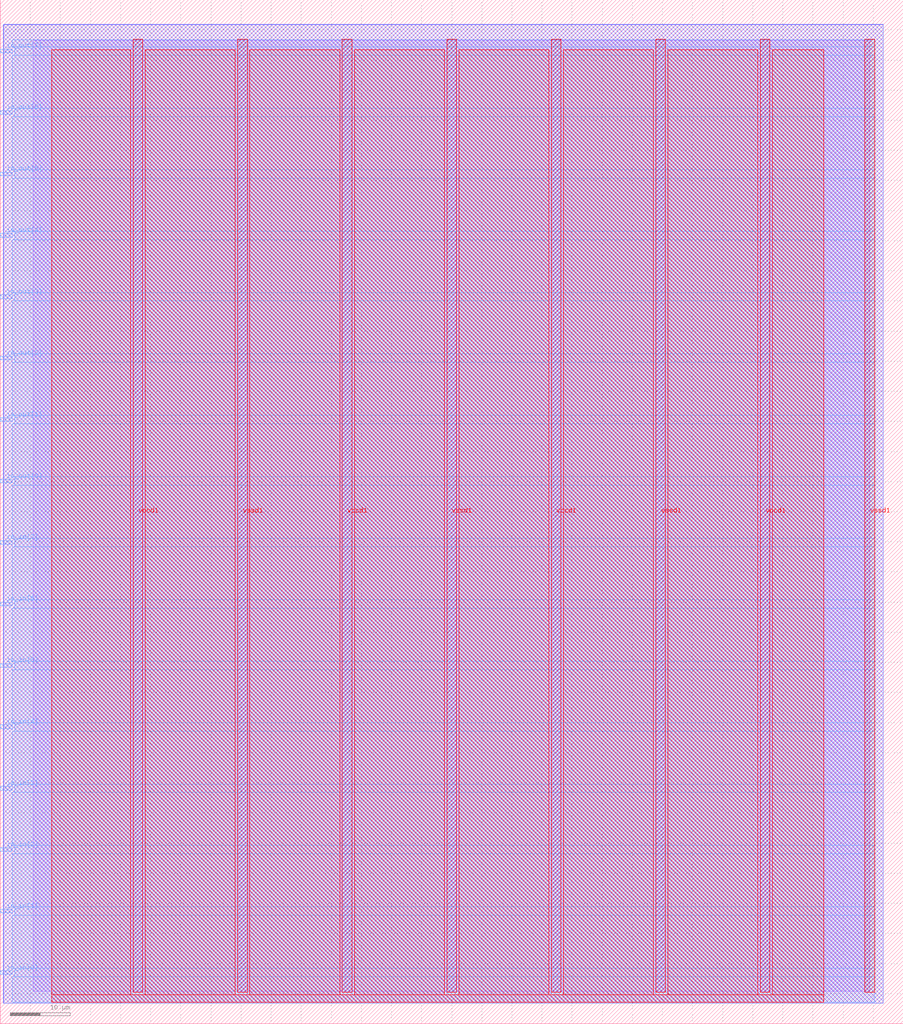
<source format=lef>
VERSION 5.7 ;
  NOWIREEXTENSIONATPIN ON ;
  DIVIDERCHAR "/" ;
  BUSBITCHARS "[]" ;
MACRO lucaz97_tt_top
  CLASS BLOCK ;
  FOREIGN lucaz97_tt_top ;
  ORIGIN 0.000 0.000 ;
  SIZE 150.000 BY 170.000 ;
  PIN io_in[0]
    DIRECTION INPUT ;
    USE SIGNAL ;
    PORT
      LAYER met3 ;
        RECT 0.000 8.200 2.000 8.800 ;
    END
  END io_in[0]
  PIN io_in[1]
    DIRECTION INPUT ;
    USE SIGNAL ;
    PORT
      LAYER met3 ;
        RECT 0.000 18.400 2.000 19.000 ;
    END
  END io_in[1]
  PIN io_in[2]
    DIRECTION INPUT ;
    USE SIGNAL ;
    PORT
      LAYER met3 ;
        RECT 0.000 28.600 2.000 29.200 ;
    END
  END io_in[2]
  PIN io_in[3]
    DIRECTION INPUT ;
    USE SIGNAL ;
    PORT
      LAYER met3 ;
        RECT 0.000 38.800 2.000 39.400 ;
    END
  END io_in[3]
  PIN io_in[4]
    DIRECTION INPUT ;
    USE SIGNAL ;
    PORT
      LAYER met3 ;
        RECT 0.000 49.000 2.000 49.600 ;
    END
  END io_in[4]
  PIN io_in[5]
    DIRECTION INPUT ;
    USE SIGNAL ;
    PORT
      LAYER met3 ;
        RECT 0.000 59.200 2.000 59.800 ;
    END
  END io_in[5]
  PIN io_in[6]
    DIRECTION INPUT ;
    USE SIGNAL ;
    PORT
      LAYER met3 ;
        RECT 0.000 69.400 2.000 70.000 ;
    END
  END io_in[6]
  PIN io_in[7]
    DIRECTION INPUT ;
    USE SIGNAL ;
    PORT
      LAYER met3 ;
        RECT 0.000 79.600 2.000 80.200 ;
    END
  END io_in[7]
  PIN io_out[0]
    DIRECTION OUTPUT TRISTATE ;
    USE SIGNAL ;
    PORT
      LAYER met3 ;
        RECT 0.000 89.800 2.000 90.400 ;
    END
  END io_out[0]
  PIN io_out[1]
    DIRECTION OUTPUT TRISTATE ;
    USE SIGNAL ;
    PORT
      LAYER met3 ;
        RECT 0.000 100.000 2.000 100.600 ;
    END
  END io_out[1]
  PIN io_out[2]
    DIRECTION OUTPUT TRISTATE ;
    USE SIGNAL ;
    PORT
      LAYER met3 ;
        RECT 0.000 110.200 2.000 110.800 ;
    END
  END io_out[2]
  PIN io_out[3]
    DIRECTION OUTPUT TRISTATE ;
    USE SIGNAL ;
    PORT
      LAYER met3 ;
        RECT 0.000 120.400 2.000 121.000 ;
    END
  END io_out[3]
  PIN io_out[4]
    DIRECTION OUTPUT TRISTATE ;
    USE SIGNAL ;
    PORT
      LAYER met3 ;
        RECT 0.000 130.600 2.000 131.200 ;
    END
  END io_out[4]
  PIN io_out[5]
    DIRECTION OUTPUT TRISTATE ;
    USE SIGNAL ;
    PORT
      LAYER met3 ;
        RECT 0.000 140.800 2.000 141.400 ;
    END
  END io_out[5]
  PIN io_out[6]
    DIRECTION OUTPUT TRISTATE ;
    USE SIGNAL ;
    PORT
      LAYER met3 ;
        RECT 0.000 151.000 2.000 151.600 ;
    END
  END io_out[6]
  PIN io_out[7]
    DIRECTION OUTPUT TRISTATE ;
    USE SIGNAL ;
    PORT
      LAYER met3 ;
        RECT 0.000 161.200 2.000 161.800 ;
    END
  END io_out[7]
  PIN vccd1
    DIRECTION INOUT ;
    USE POWER ;
    PORT
      LAYER met4 ;
        RECT 22.085 5.200 23.685 163.440 ;
    END
    PORT
      LAYER met4 ;
        RECT 56.815 5.200 58.415 163.440 ;
    END
    PORT
      LAYER met4 ;
        RECT 91.545 5.200 93.145 163.440 ;
    END
    PORT
      LAYER met4 ;
        RECT 126.275 5.200 127.875 163.440 ;
    END
  END vccd1
  PIN vssd1
    DIRECTION INOUT ;
    USE GROUND ;
    PORT
      LAYER met4 ;
        RECT 39.450 5.200 41.050 163.440 ;
    END
    PORT
      LAYER met4 ;
        RECT 74.180 5.200 75.780 163.440 ;
    END
    PORT
      LAYER met4 ;
        RECT 108.910 5.200 110.510 163.440 ;
    END
    PORT
      LAYER met4 ;
        RECT 143.640 5.200 145.240 163.440 ;
    END
  END vssd1
  OBS
      LAYER li1 ;
        RECT 5.520 5.355 144.440 163.285 ;
      LAYER met1 ;
        RECT 0.530 3.440 146.670 165.880 ;
      LAYER met2 ;
        RECT 0.560 3.410 146.640 165.910 ;
      LAYER met3 ;
        RECT 2.000 162.200 145.230 163.365 ;
        RECT 2.400 160.800 145.230 162.200 ;
        RECT 2.000 152.000 145.230 160.800 ;
        RECT 2.400 150.600 145.230 152.000 ;
        RECT 2.000 141.800 145.230 150.600 ;
        RECT 2.400 140.400 145.230 141.800 ;
        RECT 2.000 131.600 145.230 140.400 ;
        RECT 2.400 130.200 145.230 131.600 ;
        RECT 2.000 121.400 145.230 130.200 ;
        RECT 2.400 120.000 145.230 121.400 ;
        RECT 2.000 111.200 145.230 120.000 ;
        RECT 2.400 109.800 145.230 111.200 ;
        RECT 2.000 101.000 145.230 109.800 ;
        RECT 2.400 99.600 145.230 101.000 ;
        RECT 2.000 90.800 145.230 99.600 ;
        RECT 2.400 89.400 145.230 90.800 ;
        RECT 2.000 80.600 145.230 89.400 ;
        RECT 2.400 79.200 145.230 80.600 ;
        RECT 2.000 70.400 145.230 79.200 ;
        RECT 2.400 69.000 145.230 70.400 ;
        RECT 2.000 60.200 145.230 69.000 ;
        RECT 2.400 58.800 145.230 60.200 ;
        RECT 2.000 50.000 145.230 58.800 ;
        RECT 2.400 48.600 145.230 50.000 ;
        RECT 2.000 39.800 145.230 48.600 ;
        RECT 2.400 38.400 145.230 39.800 ;
        RECT 2.000 29.600 145.230 38.400 ;
        RECT 2.400 28.200 145.230 29.600 ;
        RECT 2.000 19.400 145.230 28.200 ;
        RECT 2.400 18.000 145.230 19.400 ;
        RECT 2.000 9.200 145.230 18.000 ;
        RECT 2.400 7.800 145.230 9.200 ;
        RECT 2.000 3.575 145.230 7.800 ;
      LAYER met4 ;
        RECT 8.575 4.800 21.685 161.665 ;
        RECT 24.085 4.800 39.050 161.665 ;
        RECT 41.450 4.800 56.415 161.665 ;
        RECT 58.815 4.800 73.780 161.665 ;
        RECT 76.180 4.800 91.145 161.665 ;
        RECT 93.545 4.800 108.510 161.665 ;
        RECT 110.910 4.800 125.875 161.665 ;
        RECT 128.275 4.800 136.785 161.665 ;
        RECT 8.575 3.575 136.785 4.800 ;
  END
END lucaz97_tt_top
END LIBRARY


</source>
